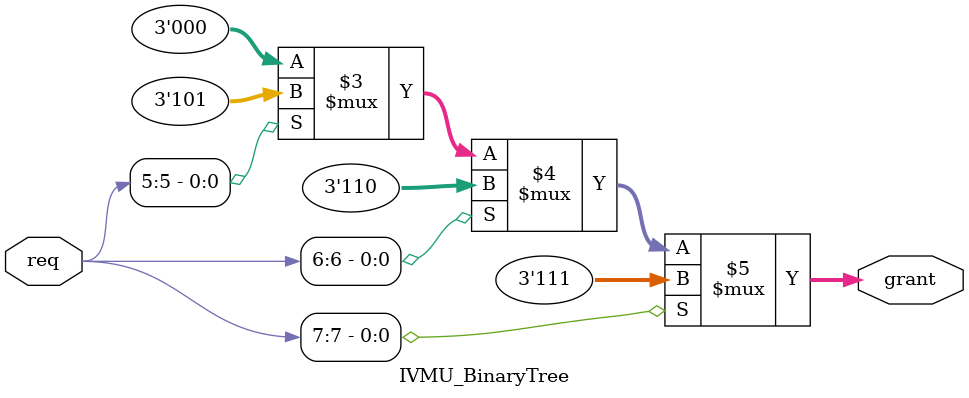
<source format=sv>
module IVMU_BinaryTree #(parameter W=8) (
    input [W-1:0] req,
    output [2:0] grant
);
wire [3:0] l1 = req[7:4] | req[3:0];
wire [1:0] l2 = l1[3:2] | l1[1:0];
assign grant = req[7] ? 3'h7 : 
              req[6] ? 3'h6 : 
              req[5] ? 3'h5 : 3'h0;
endmodule

</source>
